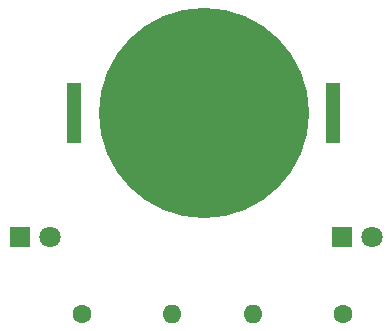
<source format=gts>
G04 #@! TF.GenerationSoftware,KiCad,Pcbnew,9.0.1*
G04 #@! TF.CreationDate,2025-06-26T00:20:29+05:30*
G04 #@! TF.ProjectId,solder,736f6c64-6572-42e6-9b69-6361645f7063,rev?*
G04 #@! TF.SameCoordinates,Original*
G04 #@! TF.FileFunction,Soldermask,Top*
G04 #@! TF.FilePolarity,Negative*
%FSLAX46Y46*%
G04 Gerber Fmt 4.6, Leading zero omitted, Abs format (unit mm)*
G04 Created by KiCad (PCBNEW 9.0.1) date 2025-06-26 00:20:29*
%MOMM*%
%LPD*%
G01*
G04 APERTURE LIST*
%ADD10C,1.600000*%
%ADD11O,1.600000X1.600000*%
%ADD12R,1.800000X1.800000*%
%ADD13C,1.800000*%
%ADD14R,1.270000X5.080000*%
%ADD15C,17.800000*%
G04 APERTURE END LIST*
D10*
G04 #@! TO.C,R1*
X162810000Y-117500000D03*
D11*
X155190000Y-117500000D03*
G04 #@! TD*
D12*
G04 #@! TO.C,D1*
X162725000Y-111000000D03*
D13*
X165265000Y-111000000D03*
G04 #@! TD*
D12*
G04 #@! TO.C,D2*
X135460000Y-111000000D03*
D13*
X138000000Y-111000000D03*
G04 #@! TD*
D10*
G04 #@! TO.C,R2*
X140690000Y-117500000D03*
D11*
X148310000Y-117500000D03*
G04 #@! TD*
D14*
G04 #@! TO.C,BT1*
X140015000Y-100500000D03*
X161985000Y-100500000D03*
D15*
X151000000Y-100500000D03*
G04 #@! TD*
M02*

</source>
